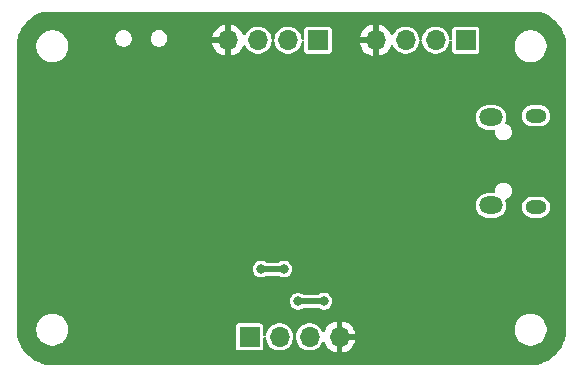
<source format=gbr>
%TF.GenerationSoftware,KiCad,Pcbnew,8.0.6*%
%TF.CreationDate,2024-12-16T15:44:52-05:00*%
%TF.ProjectId,stm32,73746d33-322e-46b6-9963-61645f706362,rev?*%
%TF.SameCoordinates,Original*%
%TF.FileFunction,Copper,L2,Bot*%
%TF.FilePolarity,Positive*%
%FSLAX46Y46*%
G04 Gerber Fmt 4.6, Leading zero omitted, Abs format (unit mm)*
G04 Created by KiCad (PCBNEW 8.0.6) date 2024-12-16 15:44:52*
%MOMM*%
%LPD*%
G01*
G04 APERTURE LIST*
%TA.AperFunction,ComponentPad*%
%ADD10R,1.700000X1.700000*%
%TD*%
%TA.AperFunction,ComponentPad*%
%ADD11O,1.700000X1.700000*%
%TD*%
%TA.AperFunction,ComponentPad*%
%ADD12O,1.800000X1.150000*%
%TD*%
%TA.AperFunction,ComponentPad*%
%ADD13O,2.000000X1.450000*%
%TD*%
%TA.AperFunction,ViaPad*%
%ADD14C,0.800000*%
%TD*%
%TA.AperFunction,ViaPad*%
%ADD15C,1.000000*%
%TD*%
%TA.AperFunction,ViaPad*%
%ADD16C,0.600000*%
%TD*%
%TA.AperFunction,Conductor*%
%ADD17C,0.500000*%
%TD*%
G04 APERTURE END LIST*
D10*
%TO.P,J3,1,Pin_1*%
%TO.N,+3.3V*%
X149500000Y-93900000D03*
D11*
%TO.P,J3,2,Pin_2*%
%TO.N,/USART1_TX*%
X146960000Y-93900000D03*
%TO.P,J3,3,Pin_3*%
%TO.N,/USART1_RX*%
X144420000Y-93900000D03*
%TO.P,J3,4,Pin_4*%
%TO.N,GND*%
X141880000Y-93900000D03*
%TD*%
D12*
%TO.P,J1,6,Shield*%
%TO.N,unconnected-(J1-Shield-Pad6)_1*%
X167950000Y-108033629D03*
D13*
%TO.N,unconnected-(J1-Shield-Pad6)_3*%
X164150000Y-107883629D03*
%TO.N,unconnected-(J1-Shield-Pad6)*%
X164150000Y-100433629D03*
D12*
%TO.N,unconnected-(J1-Shield-Pad6)_2*%
X167950000Y-100283629D03*
%TD*%
D10*
%TO.P,J4,1,Pin_1*%
%TO.N,+3.3V*%
X143700000Y-119000000D03*
D11*
%TO.P,J4,2,Pin_2*%
%TO.N,/I2C2_SCL*%
X146240000Y-119000000D03*
%TO.P,J4,3,Pin_3*%
%TO.N,/I2C2_SDA*%
X148780000Y-119000000D03*
%TO.P,J4,4,Pin_4*%
%TO.N,GND*%
X151320000Y-119000000D03*
%TD*%
D10*
%TO.P,J2,1,Pin_1*%
%TO.N,+3.3V*%
X162000000Y-93900000D03*
D11*
%TO.P,J2,2,Pin_2*%
%TO.N,/SWDIO*%
X159460000Y-93900000D03*
%TO.P,J2,3,Pin_3*%
%TO.N,/SWCLK*%
X156920000Y-93900000D03*
%TO.P,J2,4,Pin_4*%
%TO.N,GND*%
X154380000Y-93900000D03*
%TD*%
D14*
%TO.N,GND*%
X165828832Y-110207051D03*
X138893305Y-102847396D03*
X134643806Y-106743364D03*
%TO.N,+3.3V*%
X144667133Y-113271104D03*
X146615455Y-113271104D03*
X147806965Y-116005775D03*
X150000000Y-116000000D03*
D15*
%TO.N,GND*%
X137806973Y-96632983D03*
D16*
X153442822Y-103480940D03*
X163000000Y-102858629D03*
X165969242Y-112921010D03*
X162523308Y-112792651D03*
X161654419Y-112792651D03*
X162009119Y-109136798D03*
X162000000Y-108306888D03*
X144000000Y-106500000D03*
X144251856Y-102625314D03*
X139717543Y-110359503D03*
X139724344Y-113746545D03*
X139500000Y-109000000D03*
X148752065Y-108224058D03*
X140454341Y-100928014D03*
%TD*%
D17*
%TO.N,+3.3V*%
X146615455Y-113271104D02*
X144667133Y-113271104D01*
X147812740Y-116000000D02*
X147806965Y-116005775D01*
X150000000Y-116000000D02*
X147812740Y-116000000D01*
%TD*%
%TA.AperFunction,Conductor*%
%TO.N,GND*%
G36*
X168279163Y-91503109D02*
G01*
X168289235Y-91505407D01*
X168324369Y-91513426D01*
X168337718Y-91517271D01*
X168642392Y-91623881D01*
X168655228Y-91629199D01*
X168946025Y-91769239D01*
X168958195Y-91775965D01*
X169231486Y-91947685D01*
X169242827Y-91955732D01*
X169495173Y-92156971D01*
X169505541Y-92166237D01*
X169733762Y-92394458D01*
X169743028Y-92404826D01*
X169944267Y-92657172D01*
X169952314Y-92668513D01*
X170124034Y-92941804D01*
X170130760Y-92953974D01*
X170270798Y-93244766D01*
X170276120Y-93257613D01*
X170382724Y-93562270D01*
X170386573Y-93575633D01*
X170458393Y-93890299D01*
X170460722Y-93904007D01*
X170496957Y-94225597D01*
X170497725Y-94237743D01*
X170499988Y-94399144D01*
X170500000Y-94400882D01*
X170500000Y-118399117D01*
X170499988Y-118400855D01*
X170497725Y-118562256D01*
X170496957Y-118574402D01*
X170460722Y-118895992D01*
X170458393Y-118909700D01*
X170386573Y-119224366D01*
X170382724Y-119237729D01*
X170276120Y-119542386D01*
X170270798Y-119555233D01*
X170130760Y-119846025D01*
X170124034Y-119858195D01*
X169952314Y-120131486D01*
X169944267Y-120142827D01*
X169743028Y-120395173D01*
X169733762Y-120405541D01*
X169505541Y-120633762D01*
X169495173Y-120643028D01*
X169242827Y-120844267D01*
X169231486Y-120852314D01*
X168958195Y-121024034D01*
X168946025Y-121030760D01*
X168655233Y-121170798D01*
X168642386Y-121176120D01*
X168337729Y-121282724D01*
X168324366Y-121286573D01*
X168009700Y-121358393D01*
X167995992Y-121360722D01*
X167674402Y-121396957D01*
X167662256Y-121397725D01*
X167500856Y-121399988D01*
X167499118Y-121400000D01*
X167000000Y-121400000D01*
X127000882Y-121400000D01*
X126999144Y-121399988D01*
X126837743Y-121397725D01*
X126825597Y-121396957D01*
X126504007Y-121360722D01*
X126490299Y-121358393D01*
X126175633Y-121286573D01*
X126162270Y-121282724D01*
X125857613Y-121176120D01*
X125844766Y-121170798D01*
X125553974Y-121030760D01*
X125541804Y-121024034D01*
X125268513Y-120852314D01*
X125257172Y-120844267D01*
X125004826Y-120643028D01*
X124994458Y-120633762D01*
X124766237Y-120405541D01*
X124756971Y-120395173D01*
X124555732Y-120142827D01*
X124547685Y-120131486D01*
X124535013Y-120111319D01*
X124375964Y-119858193D01*
X124369239Y-119846025D01*
X124229199Y-119555228D01*
X124223879Y-119542386D01*
X124200877Y-119476651D01*
X124117273Y-119237725D01*
X124113426Y-119224366D01*
X124041606Y-118909700D01*
X124039277Y-118895992D01*
X124027074Y-118787689D01*
X124003041Y-118574390D01*
X124002274Y-118562269D01*
X124000012Y-118400855D01*
X124000000Y-118399117D01*
X124000000Y-118293713D01*
X125649500Y-118293713D01*
X125649500Y-118506286D01*
X125679071Y-118692993D01*
X125682754Y-118716243D01*
X125745612Y-118909700D01*
X125748444Y-118918414D01*
X125844951Y-119107820D01*
X125969890Y-119279786D01*
X126120213Y-119430109D01*
X126292179Y-119555048D01*
X126292181Y-119555049D01*
X126292184Y-119555051D01*
X126481588Y-119651557D01*
X126683757Y-119717246D01*
X126893713Y-119750500D01*
X126893714Y-119750500D01*
X127106286Y-119750500D01*
X127106287Y-119750500D01*
X127316243Y-119717246D01*
X127518412Y-119651557D01*
X127707816Y-119555051D01*
X127783588Y-119500000D01*
X127879786Y-119430109D01*
X127879788Y-119430106D01*
X127879792Y-119430104D01*
X128030104Y-119279792D01*
X128030106Y-119279788D01*
X128030109Y-119279786D01*
X128155048Y-119107820D01*
X128155047Y-119107820D01*
X128155051Y-119107816D01*
X128251557Y-118918412D01*
X128317246Y-118716243D01*
X128350500Y-118506287D01*
X128350500Y-118293713D01*
X128320631Y-118105131D01*
X142549500Y-118105131D01*
X142549500Y-119894856D01*
X142549502Y-119894882D01*
X142552413Y-119919987D01*
X142552415Y-119919991D01*
X142597793Y-120022764D01*
X142597794Y-120022765D01*
X142677235Y-120102206D01*
X142780009Y-120147585D01*
X142805135Y-120150500D01*
X144594864Y-120150499D01*
X144594879Y-120150497D01*
X144594882Y-120150497D01*
X144619987Y-120147586D01*
X144619988Y-120147585D01*
X144619991Y-120147585D01*
X144722765Y-120102206D01*
X144802206Y-120022765D01*
X144847585Y-119919991D01*
X144850500Y-119894865D01*
X144850499Y-119156046D01*
X144870183Y-119089009D01*
X144922987Y-119043254D01*
X144992146Y-119033310D01*
X145055702Y-119062335D01*
X145093476Y-119121113D01*
X145097970Y-119144606D01*
X145102454Y-119192993D01*
X145104244Y-119212310D01*
X145157675Y-119400099D01*
X145162596Y-119417392D01*
X145162596Y-119417394D01*
X145257632Y-119608253D01*
X145339941Y-119717246D01*
X145386128Y-119778407D01*
X145543698Y-119922052D01*
X145724981Y-120034298D01*
X145923802Y-120111321D01*
X146133390Y-120150500D01*
X146133392Y-120150500D01*
X146346608Y-120150500D01*
X146346610Y-120150500D01*
X146556198Y-120111321D01*
X146755019Y-120034298D01*
X146936302Y-119922052D01*
X147093872Y-119778407D01*
X147222366Y-119608255D01*
X147276270Y-119500000D01*
X147317403Y-119417394D01*
X147317403Y-119417393D01*
X147317405Y-119417389D01*
X147375756Y-119212310D01*
X147386529Y-119096047D01*
X147412315Y-119031111D01*
X147454622Y-119000804D01*
X147563130Y-119000804D01*
X147599503Y-119021668D01*
X147631693Y-119083681D01*
X147633470Y-119096047D01*
X147644244Y-119212310D01*
X147697675Y-119400099D01*
X147702596Y-119417392D01*
X147702596Y-119417394D01*
X147797632Y-119608253D01*
X147879941Y-119717246D01*
X147926128Y-119778407D01*
X148083698Y-119922052D01*
X148264981Y-120034298D01*
X148463802Y-120111321D01*
X148673390Y-120150500D01*
X148673392Y-120150500D01*
X148886608Y-120150500D01*
X148886610Y-120150500D01*
X149096198Y-120111321D01*
X149295019Y-120034298D01*
X149476302Y-119922052D01*
X149633872Y-119778407D01*
X149762366Y-119608255D01*
X149829325Y-119473781D01*
X149876825Y-119422548D01*
X149944488Y-119405126D01*
X150010828Y-119427051D01*
X150052705Y-119476651D01*
X150146399Y-119677578D01*
X150281894Y-119871082D01*
X150448917Y-120038105D01*
X150642421Y-120173600D01*
X150856507Y-120273429D01*
X150856516Y-120273433D01*
X151070000Y-120330634D01*
X151070000Y-119433012D01*
X151127007Y-119465925D01*
X151254174Y-119500000D01*
X151385826Y-119500000D01*
X151512993Y-119465925D01*
X151570000Y-119433012D01*
X151570000Y-120330633D01*
X151783483Y-120273433D01*
X151783492Y-120273429D01*
X151997578Y-120173600D01*
X152191082Y-120038105D01*
X152358105Y-119871082D01*
X152493600Y-119677578D01*
X152593429Y-119463492D01*
X152593432Y-119463486D01*
X152650636Y-119250000D01*
X151753012Y-119250000D01*
X151785925Y-119192993D01*
X151820000Y-119065826D01*
X151820000Y-118934174D01*
X151785925Y-118807007D01*
X151753012Y-118750000D01*
X152650636Y-118750000D01*
X152650635Y-118749999D01*
X152593432Y-118536513D01*
X152593429Y-118536507D01*
X152493600Y-118322422D01*
X152493599Y-118322420D01*
X152473498Y-118293713D01*
X166149500Y-118293713D01*
X166149500Y-118506286D01*
X166179071Y-118692993D01*
X166182754Y-118716243D01*
X166245612Y-118909700D01*
X166248444Y-118918414D01*
X166344951Y-119107820D01*
X166469890Y-119279786D01*
X166620213Y-119430109D01*
X166792179Y-119555048D01*
X166792181Y-119555049D01*
X166792184Y-119555051D01*
X166981588Y-119651557D01*
X167183757Y-119717246D01*
X167393713Y-119750500D01*
X167393714Y-119750500D01*
X167606286Y-119750500D01*
X167606287Y-119750500D01*
X167816243Y-119717246D01*
X168018412Y-119651557D01*
X168207816Y-119555051D01*
X168283588Y-119500000D01*
X168379786Y-119430109D01*
X168379788Y-119430106D01*
X168379792Y-119430104D01*
X168530104Y-119279792D01*
X168530106Y-119279788D01*
X168530109Y-119279786D01*
X168655048Y-119107820D01*
X168655047Y-119107820D01*
X168655051Y-119107816D01*
X168751557Y-118918412D01*
X168817246Y-118716243D01*
X168850500Y-118506287D01*
X168850500Y-118293713D01*
X168817246Y-118083757D01*
X168751557Y-117881588D01*
X168655051Y-117692184D01*
X168655049Y-117692181D01*
X168655048Y-117692179D01*
X168530109Y-117520213D01*
X168379786Y-117369890D01*
X168207820Y-117244951D01*
X168018414Y-117148444D01*
X168018413Y-117148443D01*
X168018412Y-117148443D01*
X167816243Y-117082754D01*
X167816241Y-117082753D01*
X167816240Y-117082753D01*
X167654957Y-117057208D01*
X167606287Y-117049500D01*
X167393713Y-117049500D01*
X167345042Y-117057208D01*
X167183760Y-117082753D01*
X166981585Y-117148444D01*
X166792179Y-117244951D01*
X166620213Y-117369890D01*
X166469890Y-117520213D01*
X166344951Y-117692179D01*
X166248444Y-117881585D01*
X166182753Y-118083760D01*
X166149500Y-118293713D01*
X152473498Y-118293713D01*
X152358113Y-118128926D01*
X152358108Y-118128920D01*
X152191082Y-117961894D01*
X151997578Y-117826399D01*
X151783492Y-117726570D01*
X151783486Y-117726567D01*
X151570000Y-117669364D01*
X151570000Y-118566988D01*
X151512993Y-118534075D01*
X151385826Y-118500000D01*
X151254174Y-118500000D01*
X151127007Y-118534075D01*
X151070000Y-118566988D01*
X151070000Y-117669364D01*
X151069999Y-117669364D01*
X150856513Y-117726567D01*
X150856507Y-117726570D01*
X150642422Y-117826399D01*
X150642420Y-117826400D01*
X150448926Y-117961886D01*
X150448920Y-117961891D01*
X150281891Y-118128920D01*
X150281886Y-118128926D01*
X150146400Y-118322420D01*
X150146399Y-118322422D01*
X150052705Y-118523348D01*
X150006532Y-118575787D01*
X149939339Y-118594939D01*
X149872457Y-118574723D01*
X149829324Y-118526216D01*
X149762366Y-118391745D01*
X149633872Y-118221593D01*
X149476302Y-118077948D01*
X149295019Y-117965702D01*
X149295017Y-117965701D01*
X149195608Y-117927190D01*
X149096198Y-117888679D01*
X148886610Y-117849500D01*
X148673390Y-117849500D01*
X148463802Y-117888679D01*
X148463799Y-117888679D01*
X148463799Y-117888680D01*
X148264982Y-117965701D01*
X148264980Y-117965702D01*
X148083699Y-118077947D01*
X147926127Y-118221593D01*
X147797632Y-118391746D01*
X147702596Y-118582605D01*
X147702596Y-118582607D01*
X147644244Y-118787689D01*
X147633471Y-118903951D01*
X147607685Y-118968888D01*
X147563130Y-119000804D01*
X147454622Y-119000804D01*
X147456869Y-118999194D01*
X147420497Y-118978331D01*
X147388307Y-118916318D01*
X147386529Y-118903951D01*
X147383175Y-118867759D01*
X147375756Y-118787690D01*
X147317405Y-118582611D01*
X147317403Y-118582606D01*
X147317403Y-118582605D01*
X147222367Y-118391746D01*
X147093872Y-118221593D01*
X146936302Y-118077948D01*
X146755019Y-117965702D01*
X146755017Y-117965701D01*
X146655608Y-117927190D01*
X146556198Y-117888679D01*
X146346610Y-117849500D01*
X146133390Y-117849500D01*
X145923802Y-117888679D01*
X145923799Y-117888679D01*
X145923799Y-117888680D01*
X145724982Y-117965701D01*
X145724980Y-117965702D01*
X145543699Y-118077947D01*
X145386127Y-118221593D01*
X145257632Y-118391746D01*
X145162596Y-118582605D01*
X145162596Y-118582607D01*
X145104244Y-118787689D01*
X145097970Y-118855394D01*
X145072183Y-118920331D01*
X145015383Y-118961018D01*
X144945602Y-118964538D01*
X144884995Y-118929772D01*
X144852806Y-118867759D01*
X144850499Y-118843952D01*
X144850499Y-118105143D01*
X144850499Y-118105136D01*
X144850497Y-118105117D01*
X144847586Y-118080012D01*
X144847585Y-118080010D01*
X144847585Y-118080009D01*
X144802206Y-117977235D01*
X144722765Y-117897794D01*
X144702124Y-117888680D01*
X144619992Y-117852415D01*
X144594865Y-117849500D01*
X142805143Y-117849500D01*
X142805117Y-117849502D01*
X142780012Y-117852413D01*
X142780008Y-117852415D01*
X142677235Y-117897793D01*
X142597794Y-117977234D01*
X142552415Y-118080006D01*
X142552415Y-118080008D01*
X142549500Y-118105131D01*
X128320631Y-118105131D01*
X128317246Y-118083757D01*
X128251557Y-117881588D01*
X128155051Y-117692184D01*
X128155049Y-117692181D01*
X128155048Y-117692179D01*
X128030109Y-117520213D01*
X127879786Y-117369890D01*
X127707820Y-117244951D01*
X127518414Y-117148444D01*
X127518413Y-117148443D01*
X127518412Y-117148443D01*
X127316243Y-117082754D01*
X127316241Y-117082753D01*
X127316240Y-117082753D01*
X127154957Y-117057208D01*
X127106287Y-117049500D01*
X126893713Y-117049500D01*
X126845042Y-117057208D01*
X126683760Y-117082753D01*
X126481585Y-117148444D01*
X126292179Y-117244951D01*
X126120213Y-117369890D01*
X125969890Y-117520213D01*
X125844951Y-117692179D01*
X125748444Y-117881585D01*
X125682753Y-118083760D01*
X125649500Y-118293713D01*
X124000000Y-118293713D01*
X124000000Y-116005775D01*
X147101320Y-116005775D01*
X147121824Y-116174644D01*
X147121825Y-116174649D01*
X147182147Y-116333706D01*
X147244440Y-116423952D01*
X147278782Y-116473704D01*
X147384470Y-116567335D01*
X147406115Y-116586511D01*
X147545735Y-116659789D01*
X147556740Y-116665565D01*
X147721909Y-116706275D01*
X147892021Y-116706275D01*
X148057190Y-116665565D01*
X148136657Y-116623856D01*
X148207814Y-116586511D01*
X148207815Y-116586509D01*
X148207817Y-116586509D01*
X148213264Y-116581682D01*
X148276498Y-116551963D01*
X148295490Y-116550500D01*
X149517994Y-116550500D01*
X149585033Y-116570185D01*
X149597074Y-116579302D01*
X149599154Y-116580738D01*
X149749773Y-116659789D01*
X149749775Y-116659790D01*
X149914944Y-116700500D01*
X150085056Y-116700500D01*
X150250225Y-116659790D01*
X150329692Y-116618081D01*
X150400849Y-116580736D01*
X150400850Y-116580734D01*
X150400852Y-116580734D01*
X150528183Y-116467929D01*
X150624818Y-116327930D01*
X150685140Y-116168872D01*
X150705645Y-116000000D01*
X150685140Y-115831128D01*
X150624818Y-115672070D01*
X150528183Y-115532071D01*
X150433316Y-115448026D01*
X150400849Y-115419263D01*
X150250226Y-115340210D01*
X150085056Y-115299500D01*
X149914944Y-115299500D01*
X149749773Y-115340210D01*
X149599154Y-115419261D01*
X149592980Y-115423524D01*
X149592039Y-115422160D01*
X149536989Y-115448037D01*
X149517994Y-115449500D01*
X148281892Y-115449500D01*
X148214853Y-115429815D01*
X148211452Y-115427550D01*
X148207814Y-115425039D01*
X148057191Y-115345985D01*
X147892021Y-115305275D01*
X147721909Y-115305275D01*
X147556738Y-115345985D01*
X147406115Y-115425038D01*
X147278781Y-115537847D01*
X147182147Y-115677843D01*
X147121825Y-115836900D01*
X147121824Y-115836905D01*
X147101320Y-116005775D01*
X124000000Y-116005775D01*
X124000000Y-113271104D01*
X143961488Y-113271104D01*
X143981992Y-113439973D01*
X143981993Y-113439978D01*
X144042315Y-113599035D01*
X144104608Y-113689281D01*
X144138950Y-113739033D01*
X144232154Y-113821604D01*
X144266283Y-113851840D01*
X144416906Y-113930893D01*
X144416908Y-113930894D01*
X144582077Y-113971604D01*
X144752189Y-113971604D01*
X144917358Y-113930894D01*
X145006680Y-113884013D01*
X145067978Y-113851842D01*
X145067979Y-113851840D01*
X145067985Y-113851838D01*
X145067989Y-113851834D01*
X145074153Y-113847580D01*
X145075093Y-113848943D01*
X145130144Y-113823067D01*
X145149139Y-113821604D01*
X146133449Y-113821604D01*
X146200488Y-113841289D01*
X146212529Y-113850406D01*
X146214609Y-113851842D01*
X146365228Y-113930893D01*
X146365230Y-113930894D01*
X146530399Y-113971604D01*
X146700511Y-113971604D01*
X146865680Y-113930894D01*
X146945147Y-113889185D01*
X147016304Y-113851840D01*
X147016305Y-113851838D01*
X147016307Y-113851838D01*
X147143638Y-113739033D01*
X147240273Y-113599034D01*
X147300595Y-113439976D01*
X147321100Y-113271104D01*
X147300595Y-113102232D01*
X147240273Y-112943174D01*
X147143638Y-112803175D01*
X147048771Y-112719130D01*
X147016304Y-112690367D01*
X146865681Y-112611314D01*
X146700511Y-112570604D01*
X146530399Y-112570604D01*
X146365228Y-112611314D01*
X146214609Y-112690365D01*
X146208435Y-112694628D01*
X146207494Y-112693264D01*
X146152444Y-112719141D01*
X146133449Y-112720604D01*
X145149139Y-112720604D01*
X145082100Y-112700919D01*
X145070058Y-112691801D01*
X145067978Y-112690365D01*
X144917359Y-112611314D01*
X144752189Y-112570604D01*
X144582077Y-112570604D01*
X144416906Y-112611314D01*
X144266283Y-112690367D01*
X144138949Y-112803176D01*
X144042315Y-112943172D01*
X143981993Y-113102229D01*
X143981992Y-113102234D01*
X143961488Y-113271104D01*
X124000000Y-113271104D01*
X124000000Y-107782621D01*
X162849500Y-107782621D01*
X162849500Y-107984636D01*
X162888907Y-108182748D01*
X162888909Y-108182756D01*
X162966212Y-108369381D01*
X162966217Y-108369391D01*
X163078441Y-108537347D01*
X163221281Y-108680187D01*
X163389237Y-108792411D01*
X163389241Y-108792413D01*
X163389244Y-108792415D01*
X163575873Y-108869720D01*
X163773992Y-108909128D01*
X163773996Y-108909129D01*
X163773997Y-108909129D01*
X164526004Y-108909129D01*
X164526005Y-108909128D01*
X164724127Y-108869720D01*
X164910756Y-108792415D01*
X165078718Y-108680187D01*
X165221558Y-108537347D01*
X165333786Y-108369385D01*
X165411091Y-108182756D01*
X165450500Y-107984632D01*
X165450500Y-107947395D01*
X166749500Y-107947395D01*
X166749500Y-108119862D01*
X166783143Y-108288995D01*
X166783146Y-108289007D01*
X166849138Y-108448327D01*
X166849145Y-108448340D01*
X166944954Y-108591727D01*
X166944957Y-108591731D01*
X167066897Y-108713671D01*
X167066901Y-108713674D01*
X167210288Y-108809483D01*
X167210301Y-108809490D01*
X167355708Y-108869719D01*
X167369626Y-108875484D01*
X167538766Y-108909128D01*
X167538769Y-108909129D01*
X167538771Y-108909129D01*
X168361231Y-108909129D01*
X168361232Y-108909128D01*
X168530374Y-108875484D01*
X168689705Y-108809487D01*
X168833099Y-108713674D01*
X168955045Y-108591728D01*
X169050858Y-108448334D01*
X169116855Y-108289003D01*
X169150500Y-108119858D01*
X169150500Y-107947400D01*
X169150500Y-107947397D01*
X169150499Y-107947395D01*
X169116856Y-107778262D01*
X169116855Y-107778255D01*
X169116853Y-107778250D01*
X169050861Y-107618930D01*
X169050854Y-107618917D01*
X168955045Y-107475530D01*
X168955042Y-107475526D01*
X168833102Y-107353586D01*
X168833098Y-107353583D01*
X168689711Y-107257774D01*
X168689698Y-107257767D01*
X168530378Y-107191775D01*
X168530366Y-107191772D01*
X168361232Y-107158129D01*
X168361229Y-107158129D01*
X167538771Y-107158129D01*
X167538768Y-107158129D01*
X167369633Y-107191772D01*
X167369621Y-107191775D01*
X167210301Y-107257767D01*
X167210288Y-107257774D01*
X167066901Y-107353583D01*
X167066897Y-107353586D01*
X166944957Y-107475526D01*
X166944954Y-107475530D01*
X166849145Y-107618917D01*
X166849138Y-107618930D01*
X166783146Y-107778250D01*
X166783143Y-107778262D01*
X166749500Y-107947395D01*
X165450500Y-107947395D01*
X165450500Y-107782626D01*
X165411091Y-107584502D01*
X165369932Y-107485136D01*
X165362463Y-107415666D01*
X165393738Y-107353187D01*
X165444060Y-107323329D01*
X165443207Y-107321081D01*
X165450222Y-107318419D01*
X165450225Y-107318419D01*
X165600852Y-107239363D01*
X165728183Y-107126558D01*
X165824818Y-106986559D01*
X165885140Y-106827501D01*
X165905645Y-106658629D01*
X165885140Y-106489757D01*
X165824818Y-106330699D01*
X165728183Y-106190700D01*
X165600852Y-106077895D01*
X165600849Y-106077892D01*
X165450226Y-105998839D01*
X165285056Y-105958129D01*
X165114944Y-105958129D01*
X164949773Y-105998839D01*
X164799150Y-106077892D01*
X164671816Y-106190701D01*
X164575182Y-106330697D01*
X164514860Y-106489754D01*
X164514859Y-106489759D01*
X164494355Y-106658628D01*
X164501708Y-106719182D01*
X164490248Y-106788105D01*
X164443344Y-106839892D01*
X164378612Y-106858129D01*
X163773992Y-106858129D01*
X163575880Y-106897536D01*
X163575872Y-106897538D01*
X163389247Y-106974841D01*
X163389237Y-106974846D01*
X163221281Y-107087070D01*
X163078441Y-107229910D01*
X162966217Y-107397866D01*
X162966212Y-107397876D01*
X162888909Y-107584501D01*
X162888907Y-107584509D01*
X162849500Y-107782621D01*
X124000000Y-107782621D01*
X124000000Y-100332621D01*
X162849500Y-100332621D01*
X162849500Y-100534636D01*
X162888907Y-100732748D01*
X162888909Y-100732756D01*
X162966212Y-100919381D01*
X162966217Y-100919391D01*
X163078441Y-101087347D01*
X163221281Y-101230187D01*
X163389237Y-101342411D01*
X163389241Y-101342413D01*
X163389244Y-101342415D01*
X163575873Y-101419720D01*
X163773484Y-101459027D01*
X163773992Y-101459128D01*
X163773996Y-101459129D01*
X164378612Y-101459129D01*
X164445651Y-101478814D01*
X164491406Y-101531618D01*
X164501708Y-101598076D01*
X164494355Y-101658629D01*
X164514859Y-101827498D01*
X164514860Y-101827503D01*
X164575182Y-101986560D01*
X164637475Y-102076806D01*
X164671817Y-102126558D01*
X164777505Y-102220189D01*
X164799150Y-102239365D01*
X164949773Y-102318418D01*
X164949775Y-102318419D01*
X165114944Y-102359129D01*
X165285056Y-102359129D01*
X165450225Y-102318419D01*
X165529692Y-102276710D01*
X165600849Y-102239365D01*
X165600850Y-102239363D01*
X165600852Y-102239363D01*
X165728183Y-102126558D01*
X165824818Y-101986559D01*
X165885140Y-101827501D01*
X165905645Y-101658629D01*
X165885140Y-101489757D01*
X165873524Y-101459129D01*
X165858578Y-101419719D01*
X165824818Y-101330699D01*
X165728183Y-101190700D01*
X165600852Y-101077895D01*
X165600849Y-101077892D01*
X165450225Y-100998838D01*
X165443210Y-100996178D01*
X165444131Y-100993748D01*
X165394438Y-100964815D01*
X165362649Y-100902596D01*
X165369544Y-100833068D01*
X165369932Y-100832121D01*
X165411091Y-100732756D01*
X165450500Y-100534632D01*
X165450500Y-100332626D01*
X165423601Y-100197395D01*
X166749500Y-100197395D01*
X166749500Y-100369862D01*
X166783143Y-100538995D01*
X166783146Y-100539007D01*
X166849138Y-100698327D01*
X166849145Y-100698340D01*
X166944954Y-100841727D01*
X166944957Y-100841731D01*
X167066897Y-100963671D01*
X167066901Y-100963674D01*
X167210288Y-101059483D01*
X167210301Y-101059490D01*
X167369621Y-101125482D01*
X167369626Y-101125484D01*
X167538766Y-101159128D01*
X167538769Y-101159129D01*
X167538771Y-101159129D01*
X168361231Y-101159129D01*
X168361232Y-101159128D01*
X168530374Y-101125484D01*
X168689705Y-101059487D01*
X168833099Y-100963674D01*
X168955045Y-100841728D01*
X169050858Y-100698334D01*
X169116855Y-100539003D01*
X169150500Y-100369858D01*
X169150500Y-100197400D01*
X169150500Y-100197397D01*
X169150499Y-100197395D01*
X169137989Y-100134502D01*
X169116855Y-100028255D01*
X169083557Y-99947866D01*
X169050861Y-99868930D01*
X169050854Y-99868917D01*
X168955045Y-99725530D01*
X168955042Y-99725526D01*
X168833102Y-99603586D01*
X168833098Y-99603583D01*
X168689711Y-99507774D01*
X168689698Y-99507767D01*
X168530378Y-99441775D01*
X168530366Y-99441772D01*
X168361232Y-99408129D01*
X168361229Y-99408129D01*
X167538771Y-99408129D01*
X167538768Y-99408129D01*
X167369633Y-99441772D01*
X167369621Y-99441775D01*
X167210301Y-99507767D01*
X167210288Y-99507774D01*
X167066901Y-99603583D01*
X167066897Y-99603586D01*
X166944957Y-99725526D01*
X166944954Y-99725530D01*
X166849145Y-99868917D01*
X166849138Y-99868930D01*
X166783146Y-100028250D01*
X166783143Y-100028262D01*
X166749500Y-100197395D01*
X165423601Y-100197395D01*
X165411091Y-100134502D01*
X165333786Y-99947873D01*
X165333784Y-99947870D01*
X165333782Y-99947866D01*
X165221558Y-99779910D01*
X165078718Y-99637070D01*
X164910762Y-99524846D01*
X164910752Y-99524841D01*
X164724127Y-99447538D01*
X164724119Y-99447536D01*
X164526007Y-99408129D01*
X164526003Y-99408129D01*
X163773997Y-99408129D01*
X163773992Y-99408129D01*
X163575880Y-99447536D01*
X163575872Y-99447538D01*
X163389247Y-99524841D01*
X163389237Y-99524846D01*
X163221281Y-99637070D01*
X163078441Y-99779910D01*
X162966217Y-99947866D01*
X162966212Y-99947876D01*
X162888909Y-100134501D01*
X162888907Y-100134509D01*
X162849500Y-100332621D01*
X124000000Y-100332621D01*
X124000000Y-94400882D01*
X124000012Y-94399144D01*
X124000327Y-94376651D01*
X124001489Y-94293713D01*
X125649500Y-94293713D01*
X125649500Y-94506287D01*
X125682754Y-94716243D01*
X125708305Y-94794882D01*
X125748444Y-94918414D01*
X125844951Y-95107820D01*
X125969890Y-95279786D01*
X126120213Y-95430109D01*
X126292179Y-95555048D01*
X126292181Y-95555049D01*
X126292184Y-95555051D01*
X126481588Y-95651557D01*
X126683757Y-95717246D01*
X126893713Y-95750500D01*
X126893714Y-95750500D01*
X127106286Y-95750500D01*
X127106287Y-95750500D01*
X127316243Y-95717246D01*
X127518412Y-95651557D01*
X127707816Y-95555051D01*
X127729789Y-95539086D01*
X127879786Y-95430109D01*
X127879788Y-95430106D01*
X127879792Y-95430104D01*
X128030104Y-95279792D01*
X128030106Y-95279788D01*
X128030109Y-95279786D01*
X128155048Y-95107820D01*
X128155047Y-95107820D01*
X128155051Y-95107816D01*
X128251557Y-94918412D01*
X128317246Y-94716243D01*
X128350500Y-94506287D01*
X128350500Y-94293713D01*
X128317246Y-94083757D01*
X128251557Y-93881588D01*
X128217817Y-93815370D01*
X132328625Y-93815370D01*
X132355544Y-93950697D01*
X132355547Y-93950707D01*
X132408347Y-94078179D01*
X132408354Y-94078192D01*
X132485011Y-94192916D01*
X132485014Y-94192920D01*
X132582580Y-94290486D01*
X132582584Y-94290489D01*
X132697308Y-94367146D01*
X132697321Y-94367153D01*
X132824793Y-94419953D01*
X132824798Y-94419955D01*
X132824802Y-94419955D01*
X132824803Y-94419956D01*
X132960130Y-94446875D01*
X132960133Y-94446875D01*
X133098121Y-94446875D01*
X133189167Y-94428764D01*
X133233454Y-94419955D01*
X133332050Y-94379115D01*
X133360930Y-94367153D01*
X133360930Y-94367152D01*
X133360937Y-94367150D01*
X133475668Y-94290489D01*
X133573240Y-94192917D01*
X133649901Y-94078186D01*
X133702706Y-93950703D01*
X133725191Y-93837664D01*
X133729626Y-93815370D01*
X135328625Y-93815370D01*
X135355544Y-93950697D01*
X135355547Y-93950707D01*
X135408347Y-94078179D01*
X135408354Y-94078192D01*
X135485011Y-94192916D01*
X135485014Y-94192920D01*
X135582580Y-94290486D01*
X135582584Y-94290489D01*
X135697308Y-94367146D01*
X135697321Y-94367153D01*
X135824793Y-94419953D01*
X135824798Y-94419955D01*
X135824802Y-94419955D01*
X135824803Y-94419956D01*
X135960130Y-94446875D01*
X135960133Y-94446875D01*
X136098121Y-94446875D01*
X136189167Y-94428764D01*
X136233454Y-94419955D01*
X136332050Y-94379115D01*
X136360930Y-94367153D01*
X136360930Y-94367152D01*
X136360937Y-94367150D01*
X136475668Y-94290489D01*
X136573240Y-94192917D01*
X136649901Y-94078186D01*
X136702706Y-93950703D01*
X136725191Y-93837664D01*
X136729626Y-93815370D01*
X136729626Y-93677379D01*
X136724180Y-93649999D01*
X140549364Y-93649999D01*
X140549364Y-93650000D01*
X141446988Y-93650000D01*
X141414075Y-93707007D01*
X141380000Y-93834174D01*
X141380000Y-93965826D01*
X141414075Y-94092993D01*
X141446988Y-94150000D01*
X140549364Y-94150000D01*
X140606567Y-94363486D01*
X140606570Y-94363492D01*
X140706399Y-94577578D01*
X140841894Y-94771082D01*
X141008917Y-94938105D01*
X141202421Y-95073600D01*
X141416507Y-95173429D01*
X141416516Y-95173433D01*
X141630000Y-95230634D01*
X141630000Y-94333012D01*
X141687007Y-94365925D01*
X141814174Y-94400000D01*
X141945826Y-94400000D01*
X142072993Y-94365925D01*
X142130000Y-94333012D01*
X142130000Y-95230633D01*
X142343483Y-95173433D01*
X142343492Y-95173429D01*
X142557578Y-95073600D01*
X142751082Y-94938105D01*
X142918105Y-94771082D01*
X143053600Y-94577578D01*
X143147294Y-94376651D01*
X143193466Y-94324212D01*
X143260660Y-94305060D01*
X143327541Y-94325276D01*
X143370676Y-94373785D01*
X143437632Y-94508253D01*
X143566127Y-94678406D01*
X143566128Y-94678407D01*
X143723698Y-94822052D01*
X143904981Y-94934298D01*
X144103802Y-95011321D01*
X144313390Y-95050500D01*
X144313392Y-95050500D01*
X144526608Y-95050500D01*
X144526610Y-95050500D01*
X144736198Y-95011321D01*
X144935019Y-94934298D01*
X145116302Y-94822052D01*
X145273872Y-94678407D01*
X145402366Y-94508255D01*
X145456270Y-94400000D01*
X145497403Y-94317394D01*
X145497403Y-94317393D01*
X145497405Y-94317389D01*
X145555756Y-94112310D01*
X145566529Y-93996047D01*
X145592315Y-93931111D01*
X145634622Y-93900804D01*
X145743130Y-93900804D01*
X145779503Y-93921668D01*
X145811693Y-93983681D01*
X145813470Y-93996047D01*
X145824244Y-94112310D01*
X145877675Y-94300099D01*
X145882596Y-94317392D01*
X145882596Y-94317394D01*
X145977632Y-94508253D01*
X146106127Y-94678406D01*
X146106128Y-94678407D01*
X146263698Y-94822052D01*
X146444981Y-94934298D01*
X146643802Y-95011321D01*
X146853390Y-95050500D01*
X146853392Y-95050500D01*
X147066608Y-95050500D01*
X147066610Y-95050500D01*
X147276198Y-95011321D01*
X147475019Y-94934298D01*
X147656302Y-94822052D01*
X147813872Y-94678407D01*
X147942366Y-94508255D01*
X147996270Y-94400000D01*
X148037403Y-94317394D01*
X148037403Y-94317393D01*
X148037405Y-94317389D01*
X148095756Y-94112310D01*
X148102029Y-94044605D01*
X148127814Y-93979669D01*
X148184614Y-93938981D01*
X148254395Y-93935461D01*
X148315002Y-93970225D01*
X148347193Y-94032238D01*
X148349500Y-94056047D01*
X148349500Y-94794856D01*
X148349502Y-94794882D01*
X148352413Y-94819987D01*
X148352415Y-94819991D01*
X148397793Y-94922764D01*
X148397794Y-94922765D01*
X148477235Y-95002206D01*
X148580009Y-95047585D01*
X148605135Y-95050500D01*
X150394864Y-95050499D01*
X150394879Y-95050497D01*
X150394882Y-95050497D01*
X150419987Y-95047586D01*
X150419988Y-95047585D01*
X150419991Y-95047585D01*
X150522765Y-95002206D01*
X150602206Y-94922765D01*
X150647585Y-94819991D01*
X150650500Y-94794865D01*
X150650499Y-93649999D01*
X153049364Y-93649999D01*
X153049364Y-93650000D01*
X153946988Y-93650000D01*
X153914075Y-93707007D01*
X153880000Y-93834174D01*
X153880000Y-93965826D01*
X153914075Y-94092993D01*
X153946988Y-94150000D01*
X153049364Y-94150000D01*
X153106567Y-94363486D01*
X153106570Y-94363492D01*
X153206399Y-94577578D01*
X153341894Y-94771082D01*
X153508917Y-94938105D01*
X153702421Y-95073600D01*
X153916507Y-95173429D01*
X153916516Y-95173433D01*
X154130000Y-95230634D01*
X154130000Y-94333012D01*
X154187007Y-94365925D01*
X154314174Y-94400000D01*
X154445826Y-94400000D01*
X154572993Y-94365925D01*
X154630000Y-94333012D01*
X154630000Y-95230633D01*
X154843483Y-95173433D01*
X154843492Y-95173429D01*
X155057578Y-95073600D01*
X155251082Y-94938105D01*
X155418105Y-94771082D01*
X155553600Y-94577578D01*
X155647294Y-94376651D01*
X155693466Y-94324212D01*
X155760660Y-94305060D01*
X155827541Y-94325276D01*
X155870676Y-94373785D01*
X155937632Y-94508253D01*
X156066127Y-94678406D01*
X156066128Y-94678407D01*
X156223698Y-94822052D01*
X156404981Y-94934298D01*
X156603802Y-95011321D01*
X156813390Y-95050500D01*
X156813392Y-95050500D01*
X157026608Y-95050500D01*
X157026610Y-95050500D01*
X157236198Y-95011321D01*
X157435019Y-94934298D01*
X157616302Y-94822052D01*
X157773872Y-94678407D01*
X157902366Y-94508255D01*
X157956270Y-94400000D01*
X157997403Y-94317394D01*
X157997403Y-94317393D01*
X157997405Y-94317389D01*
X158055756Y-94112310D01*
X158066529Y-93996047D01*
X158092315Y-93931111D01*
X158134622Y-93900804D01*
X158243130Y-93900804D01*
X158279503Y-93921668D01*
X158311693Y-93983681D01*
X158313470Y-93996047D01*
X158324244Y-94112310D01*
X158377675Y-94300099D01*
X158382596Y-94317392D01*
X158382596Y-94317394D01*
X158477632Y-94508253D01*
X158606127Y-94678406D01*
X158606128Y-94678407D01*
X158763698Y-94822052D01*
X158944981Y-94934298D01*
X159143802Y-95011321D01*
X159353390Y-95050500D01*
X159353392Y-95050500D01*
X159566608Y-95050500D01*
X159566610Y-95050500D01*
X159776198Y-95011321D01*
X159975019Y-94934298D01*
X160156302Y-94822052D01*
X160313872Y-94678407D01*
X160442366Y-94508255D01*
X160496270Y-94400000D01*
X160537403Y-94317394D01*
X160537403Y-94317393D01*
X160537405Y-94317389D01*
X160595756Y-94112310D01*
X160602029Y-94044605D01*
X160627814Y-93979669D01*
X160684614Y-93938981D01*
X160754395Y-93935461D01*
X160815002Y-93970225D01*
X160847193Y-94032238D01*
X160849500Y-94056047D01*
X160849500Y-94794856D01*
X160849502Y-94794882D01*
X160852413Y-94819987D01*
X160852415Y-94819991D01*
X160897793Y-94922764D01*
X160897794Y-94922765D01*
X160977235Y-95002206D01*
X161080009Y-95047585D01*
X161105135Y-95050500D01*
X162894864Y-95050499D01*
X162894879Y-95050497D01*
X162894882Y-95050497D01*
X162919987Y-95047586D01*
X162919988Y-95047585D01*
X162919991Y-95047585D01*
X163022765Y-95002206D01*
X163102206Y-94922765D01*
X163147585Y-94819991D01*
X163150500Y-94794865D01*
X163150500Y-94293713D01*
X166149500Y-94293713D01*
X166149500Y-94506287D01*
X166182754Y-94716243D01*
X166208305Y-94794882D01*
X166248444Y-94918414D01*
X166344951Y-95107820D01*
X166469890Y-95279786D01*
X166620213Y-95430109D01*
X166792179Y-95555048D01*
X166792181Y-95555049D01*
X166792184Y-95555051D01*
X166981588Y-95651557D01*
X167183757Y-95717246D01*
X167393713Y-95750500D01*
X167393714Y-95750500D01*
X167606286Y-95750500D01*
X167606287Y-95750500D01*
X167816243Y-95717246D01*
X168018412Y-95651557D01*
X168207816Y-95555051D01*
X168229789Y-95539086D01*
X168379786Y-95430109D01*
X168379788Y-95430106D01*
X168379792Y-95430104D01*
X168530104Y-95279792D01*
X168530106Y-95279788D01*
X168530109Y-95279786D01*
X168655048Y-95107820D01*
X168655047Y-95107820D01*
X168655051Y-95107816D01*
X168751557Y-94918412D01*
X168817246Y-94716243D01*
X168850500Y-94506287D01*
X168850500Y-94293713D01*
X168817246Y-94083757D01*
X168751557Y-93881588D01*
X168655051Y-93692184D01*
X168655049Y-93692181D01*
X168655048Y-93692179D01*
X168530109Y-93520213D01*
X168379786Y-93369890D01*
X168207820Y-93244951D01*
X168018414Y-93148444D01*
X168018413Y-93148443D01*
X168018412Y-93148443D01*
X167816243Y-93082754D01*
X167816241Y-93082753D01*
X167816240Y-93082753D01*
X167654957Y-93057208D01*
X167606287Y-93049500D01*
X167393713Y-93049500D01*
X167345042Y-93057208D01*
X167183760Y-93082753D01*
X166981585Y-93148444D01*
X166792179Y-93244951D01*
X166620213Y-93369890D01*
X166469890Y-93520213D01*
X166344951Y-93692179D01*
X166248444Y-93881585D01*
X166182753Y-94083760D01*
X166158367Y-94237729D01*
X166149500Y-94293713D01*
X163150500Y-94293713D01*
X163150499Y-93005136D01*
X163150497Y-93005117D01*
X163147586Y-92980012D01*
X163147585Y-92980010D01*
X163147585Y-92980009D01*
X163102206Y-92877235D01*
X163022765Y-92797794D01*
X163002124Y-92788680D01*
X162919992Y-92752415D01*
X162894865Y-92749500D01*
X161105143Y-92749500D01*
X161105117Y-92749502D01*
X161080012Y-92752413D01*
X161080008Y-92752415D01*
X160977235Y-92797793D01*
X160897794Y-92877234D01*
X160852415Y-92980006D01*
X160852415Y-92980008D01*
X160849500Y-93005131D01*
X160849500Y-93743951D01*
X160829815Y-93810990D01*
X160777011Y-93856745D01*
X160707853Y-93866689D01*
X160644297Y-93837664D01*
X160606523Y-93778886D01*
X160602029Y-93755391D01*
X160595756Y-93687689D01*
X160563872Y-93575633D01*
X160537405Y-93482611D01*
X160537403Y-93482606D01*
X160537403Y-93482605D01*
X160442367Y-93291746D01*
X160313872Y-93121593D01*
X160271267Y-93082753D01*
X160156302Y-92977948D01*
X159975019Y-92865702D01*
X159975017Y-92865701D01*
X159875608Y-92827190D01*
X159776198Y-92788679D01*
X159566610Y-92749500D01*
X159353390Y-92749500D01*
X159143802Y-92788679D01*
X159143799Y-92788679D01*
X159143799Y-92788680D01*
X158944982Y-92865701D01*
X158944980Y-92865702D01*
X158763699Y-92977947D01*
X158606127Y-93121593D01*
X158477632Y-93291746D01*
X158382596Y-93482605D01*
X158382596Y-93482607D01*
X158324244Y-93687689D01*
X158313471Y-93803951D01*
X158287685Y-93868888D01*
X158243130Y-93900804D01*
X158134622Y-93900804D01*
X158136869Y-93899194D01*
X158100497Y-93878331D01*
X158068307Y-93816318D01*
X158066529Y-93803951D01*
X158060969Y-93743951D01*
X158055756Y-93687690D01*
X157997405Y-93482611D01*
X157997403Y-93482606D01*
X157997403Y-93482605D01*
X157902367Y-93291746D01*
X157773872Y-93121593D01*
X157731267Y-93082753D01*
X157616302Y-92977948D01*
X157435019Y-92865702D01*
X157435017Y-92865701D01*
X157335608Y-92827190D01*
X157236198Y-92788679D01*
X157026610Y-92749500D01*
X156813390Y-92749500D01*
X156603802Y-92788679D01*
X156603799Y-92788679D01*
X156603799Y-92788680D01*
X156404982Y-92865701D01*
X156404980Y-92865702D01*
X156223699Y-92977947D01*
X156066127Y-93121593D01*
X155937634Y-93291744D01*
X155870676Y-93426215D01*
X155823173Y-93477452D01*
X155755510Y-93494873D01*
X155689170Y-93472947D01*
X155647294Y-93423348D01*
X155553600Y-93222422D01*
X155553599Y-93222420D01*
X155418113Y-93028926D01*
X155418108Y-93028920D01*
X155251082Y-92861894D01*
X155057578Y-92726399D01*
X154843492Y-92626570D01*
X154843486Y-92626567D01*
X154630000Y-92569364D01*
X154630000Y-93466988D01*
X154572993Y-93434075D01*
X154445826Y-93400000D01*
X154314174Y-93400000D01*
X154187007Y-93434075D01*
X154130000Y-93466988D01*
X154130000Y-92569364D01*
X154129999Y-92569364D01*
X153916513Y-92626567D01*
X153916507Y-92626570D01*
X153702422Y-92726399D01*
X153702420Y-92726400D01*
X153508926Y-92861886D01*
X153508920Y-92861891D01*
X153341891Y-93028920D01*
X153341886Y-93028926D01*
X153206400Y-93222420D01*
X153206399Y-93222422D01*
X153106570Y-93436507D01*
X153106567Y-93436513D01*
X153049364Y-93649999D01*
X150650499Y-93649999D01*
X150650499Y-93005136D01*
X150650497Y-93005117D01*
X150647586Y-92980012D01*
X150647585Y-92980010D01*
X150647585Y-92980009D01*
X150602206Y-92877235D01*
X150522765Y-92797794D01*
X150502124Y-92788680D01*
X150419992Y-92752415D01*
X150394865Y-92749500D01*
X148605143Y-92749500D01*
X148605117Y-92749502D01*
X148580012Y-92752413D01*
X148580008Y-92752415D01*
X148477235Y-92797793D01*
X148397794Y-92877234D01*
X148352415Y-92980006D01*
X148352415Y-92980008D01*
X148349500Y-93005131D01*
X148349500Y-93743951D01*
X148329815Y-93810990D01*
X148277011Y-93856745D01*
X148207853Y-93866689D01*
X148144297Y-93837664D01*
X148106523Y-93778886D01*
X148102029Y-93755391D01*
X148095756Y-93687689D01*
X148063872Y-93575633D01*
X148037405Y-93482611D01*
X148037403Y-93482606D01*
X148037403Y-93482605D01*
X147942367Y-93291746D01*
X147813872Y-93121593D01*
X147771267Y-93082753D01*
X147656302Y-92977948D01*
X147475019Y-92865702D01*
X147475017Y-92865701D01*
X147375608Y-92827190D01*
X147276198Y-92788679D01*
X147066610Y-92749500D01*
X146853390Y-92749500D01*
X146643802Y-92788679D01*
X146643799Y-92788679D01*
X146643799Y-92788680D01*
X146444982Y-92865701D01*
X146444980Y-92865702D01*
X146263699Y-92977947D01*
X146106127Y-93121593D01*
X145977632Y-93291746D01*
X145882596Y-93482605D01*
X145882596Y-93482607D01*
X145824244Y-93687689D01*
X145813471Y-93803951D01*
X145787685Y-93868888D01*
X145743130Y-93900804D01*
X145634622Y-93900804D01*
X145636869Y-93899194D01*
X145600497Y-93878331D01*
X145568307Y-93816318D01*
X145566529Y-93803951D01*
X145560969Y-93743951D01*
X145555756Y-93687690D01*
X145497405Y-93482611D01*
X145497403Y-93482606D01*
X145497403Y-93482605D01*
X145402367Y-93291746D01*
X145273872Y-93121593D01*
X145231267Y-93082753D01*
X145116302Y-92977948D01*
X144935019Y-92865702D01*
X144935017Y-92865701D01*
X144835608Y-92827190D01*
X144736198Y-92788679D01*
X144526610Y-92749500D01*
X144313390Y-92749500D01*
X144103802Y-92788679D01*
X144103799Y-92788679D01*
X144103799Y-92788680D01*
X143904982Y-92865701D01*
X143904980Y-92865702D01*
X143723699Y-92977947D01*
X143566127Y-93121593D01*
X143437634Y-93291744D01*
X143370676Y-93426215D01*
X143323173Y-93477452D01*
X143255510Y-93494873D01*
X143189170Y-93472947D01*
X143147294Y-93423348D01*
X143053600Y-93222422D01*
X143053599Y-93222420D01*
X142918113Y-93028926D01*
X142918108Y-93028920D01*
X142751082Y-92861894D01*
X142557578Y-92726399D01*
X142343492Y-92626570D01*
X142343486Y-92626567D01*
X142130000Y-92569364D01*
X142130000Y-93466988D01*
X142072993Y-93434075D01*
X141945826Y-93400000D01*
X141814174Y-93400000D01*
X141687007Y-93434075D01*
X141630000Y-93466988D01*
X141630000Y-92569364D01*
X141629999Y-92569364D01*
X141416513Y-92626567D01*
X141416507Y-92626570D01*
X141202422Y-92726399D01*
X141202420Y-92726400D01*
X141008926Y-92861886D01*
X141008920Y-92861891D01*
X140841891Y-93028920D01*
X140841886Y-93028926D01*
X140706400Y-93222420D01*
X140706399Y-93222422D01*
X140606570Y-93436507D01*
X140606567Y-93436513D01*
X140549364Y-93649999D01*
X136724180Y-93649999D01*
X136702707Y-93542052D01*
X136702706Y-93542051D01*
X136702706Y-93542047D01*
X136678087Y-93482611D01*
X136649904Y-93414570D01*
X136649897Y-93414557D01*
X136573240Y-93299833D01*
X136573237Y-93299829D01*
X136475671Y-93202263D01*
X136475667Y-93202260D01*
X136360943Y-93125603D01*
X136360930Y-93125596D01*
X136233458Y-93072796D01*
X136233448Y-93072793D01*
X136098121Y-93045875D01*
X136098119Y-93045875D01*
X135960133Y-93045875D01*
X135960131Y-93045875D01*
X135824803Y-93072793D01*
X135824793Y-93072796D01*
X135697321Y-93125596D01*
X135697308Y-93125603D01*
X135582584Y-93202260D01*
X135582580Y-93202263D01*
X135485014Y-93299829D01*
X135485011Y-93299833D01*
X135408354Y-93414557D01*
X135408347Y-93414570D01*
X135355547Y-93542042D01*
X135355544Y-93542052D01*
X135328626Y-93677379D01*
X135328626Y-93677382D01*
X135328626Y-93815368D01*
X135328626Y-93815370D01*
X135328625Y-93815370D01*
X133729626Y-93815370D01*
X133729626Y-93677379D01*
X133702707Y-93542052D01*
X133702706Y-93542051D01*
X133702706Y-93542047D01*
X133678087Y-93482611D01*
X133649904Y-93414570D01*
X133649897Y-93414557D01*
X133573240Y-93299833D01*
X133573237Y-93299829D01*
X133475671Y-93202263D01*
X133475667Y-93202260D01*
X133360943Y-93125603D01*
X133360930Y-93125596D01*
X133233458Y-93072796D01*
X133233448Y-93072793D01*
X133098121Y-93045875D01*
X133098119Y-93045875D01*
X132960133Y-93045875D01*
X132960131Y-93045875D01*
X132824803Y-93072793D01*
X132824793Y-93072796D01*
X132697321Y-93125596D01*
X132697308Y-93125603D01*
X132582584Y-93202260D01*
X132582580Y-93202263D01*
X132485014Y-93299829D01*
X132485011Y-93299833D01*
X132408354Y-93414557D01*
X132408347Y-93414570D01*
X132355547Y-93542042D01*
X132355544Y-93542052D01*
X132328626Y-93677379D01*
X132328626Y-93677382D01*
X132328626Y-93815368D01*
X132328626Y-93815370D01*
X132328625Y-93815370D01*
X128217817Y-93815370D01*
X128155051Y-93692184D01*
X128155049Y-93692181D01*
X128155048Y-93692179D01*
X128030109Y-93520213D01*
X127879786Y-93369890D01*
X127707820Y-93244951D01*
X127518414Y-93148444D01*
X127518413Y-93148443D01*
X127518412Y-93148443D01*
X127316243Y-93082754D01*
X127316241Y-93082753D01*
X127316240Y-93082753D01*
X127154957Y-93057208D01*
X127106287Y-93049500D01*
X126893713Y-93049500D01*
X126845042Y-93057208D01*
X126683760Y-93082753D01*
X126481585Y-93148444D01*
X126292179Y-93244951D01*
X126120213Y-93369890D01*
X125969890Y-93520213D01*
X125844951Y-93692179D01*
X125748444Y-93881585D01*
X125682753Y-94083760D01*
X125658367Y-94237729D01*
X125649500Y-94293713D01*
X124001489Y-94293713D01*
X124002274Y-94237729D01*
X124003041Y-94225610D01*
X124039277Y-93904005D01*
X124041606Y-93890299D01*
X124090203Y-93677379D01*
X124113427Y-93575627D01*
X124117272Y-93562279D01*
X124223883Y-93257601D01*
X124229196Y-93244777D01*
X124369243Y-92953965D01*
X124375959Y-92941813D01*
X124547693Y-92668501D01*
X124555723Y-92657183D01*
X124756979Y-92404816D01*
X124766228Y-92394467D01*
X124994467Y-92166228D01*
X125004816Y-92156979D01*
X125257183Y-91955723D01*
X125268501Y-91947693D01*
X125541813Y-91775959D01*
X125553965Y-91769243D01*
X125844777Y-91629196D01*
X125857601Y-91623883D01*
X126162286Y-91517269D01*
X126175613Y-91513430D01*
X126220843Y-91503107D01*
X126248428Y-91500000D01*
X168251572Y-91500000D01*
X168279163Y-91503109D01*
G37*
%TD.AperFunction*%
%TD*%
M02*

</source>
